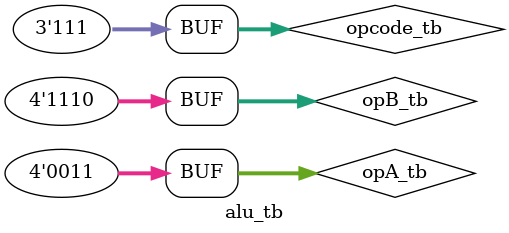
<source format=v>
module alu_tb ();

reg  [3:0] opA_tb;
reg  [3:0] opB_tb;
reg  [2:0] opcode_tb;
wire [7:0] result_tb;

alu alu_u(.opA (opA_tb), 
.opB(opB_tb), 
.opcode(opcode_tb), 
.result(result_tb));

initial //apply input vectors
begin
    //add operation 1 + 2 and 6 + 6
    #0 opA_tb = 4'b0001; opB_tb = 4'b0010; opcode_tb = 3'b000;
    #10 opA_tb = 4'b0110; opB_tb = 4'b0110; opcode_tb = 3'b000;
    //subtract operation 12 - 3 and 13 - 10
    #10 opA_tb = 4'b1100; opB_tb = 4'b0011; opcode_tb = 3'b001;
    #10 opA_tb = 4'b1101; opB_tb = 4'b1010; opcode_tb = 3'b001;
    //multiply operation 12 x 7 and 15 x 3
    #10 opA_tb = 4'b1100; opB_tb = 4'b0111; opcode_tb = 3'b010;
    #10 opA_tb = 4'b1111; opB_tb = 4'b0011; opcode_tb = 3'b010;
    //AND operation
    #10 opA_tb = 4'b1100; opB_tb = 4'b0111; opcode_tb = 3'b011;
    #10 opA_tb = 4'b1101; opB_tb = 4'b1011; opcode_tb = 3'b011;
    //OR operation
    #10 opA_tb = 4'b0101; opB_tb = 4'b1011; opcode_tb = 3'b100;
    #10 opA_tb = 4'b1001; opB_tb = 4'b1010; opcode_tb = 3'b100;
    //NOT operation
    #10 opA_tb = 4'b1001; opcode_tb = 3'b101;
    #10 opA_tb = 4'b0011; opcode_tb = 3'b101;
    //exclusive-OR operation
    #10 opA_tb = 4'b0111; opB_tb = 4'b1011; opcode_tb = 3'b110;
    #10 opA_tb = 4'b1010; opB_tb = 4'b0101; opcode_tb = 3'b110;
    //exclusive-NOR operation
    #10 opA_tb = 4'b0110; opB_tb = 4'b0110; opcode_tb = 3'b111;
    #10 opA_tb = 4'b0011; opB_tb = 4'b1110; opcode_tb = 3'b111;
end
	
initial
begin
	$monitor(" A=%b | B=%b | Opcode = %b | Result=%b",opA_tb,opB_tb,opcode_tb,result_tb);
end




endmodule
</source>
